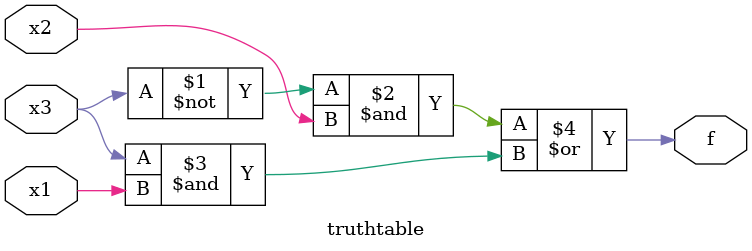
<source format=v>
module truthtable( 
    input x3,
    input x2,
    input x1,  // three inputs
    output f   // one output
);
    assign f=(~x3&x2) |(x3&x1);

endmodule
</source>
